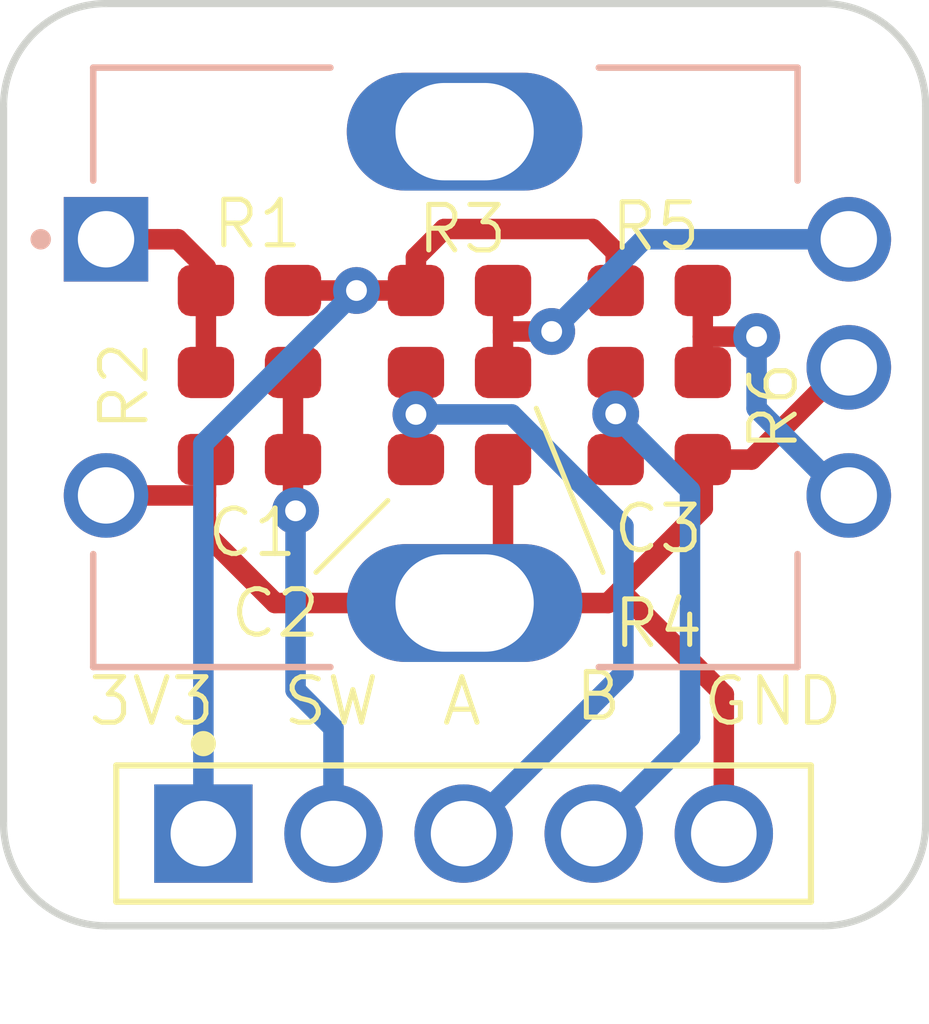
<source format=kicad_pcb>
(kicad_pcb (version 20241229) (generator "pcbnew") (generator_version "9.0")
  (layers (0 "F.Cu" signal) (2 "B.Cu" signal) (13 "F.Paste" user) (15 "B.Paste" user) (5 "F.SilkS" user "F.Silkscreen") (7 "B.SilkS" user "B.Silkscreen") (1 "F.Mask" user) (3 "B.Mask" user) (25 "Edge.Cuts" user))
  (net 0 "")
  (net 1 "3V3")
  (net 2 "A")
  (net 3 "B")
  (net 4 "GND")
  (net 5 "Net_1")
  (net 6 "Net_5")
  (net 7 "Net_7")
  (net 8 "SW")
  (footprint "RES_0603" (layer "F.Cu") (at 144.3011 101.6036)
    (property "Reference" "R1" (hide yes))
    (property "Value" "1K" (hide yes))
    (pad "1" smd roundrect (at -0.85 0 90) (size 1 1.1) (layers "F.Cu" "F.Mask" "F.Paste") (net 5 "Net_1"))
    (pad "2" smd roundrect (at 0.85 0 90) (size 1 1.1) (layers "F.Cu" "F.Mask" "F.Paste") (net 1 "3V3"))
  )
  (footprint "RES_0603_R2" (layer "F.Cu") (at 144.3011 103.2036 180)
    (property "Reference" "R2" (hide yes))
    (property "Value" "10K" (hide yes))
    (pad "1" smd roundrect (at -0.85 0 270) (size 1 1.1) (layers "F.Cu" "F.Mask" "F.Paste") (net 8 "SW"))
    (pad "2" smd roundrect (at 0.85 0 270) (size 1 1.1) (layers "F.Cu" "F.Mask" "F.Paste") (net 5 "Net_1"))
  )
  (footprint "RES_0603_R2" (layer "F.Cu") (at 152.3011 103.2036)
    (property "Reference" "R6" (hide yes))
    (property "Value" "10K" (hide yes))
    (pad "1" smd roundrect (at -0.85 0 90) (size 1 1.1) (layers "F.Cu" "F.Mask" "F.Paste") (net 3 "B"))
    (pad "2" smd roundrect (at 0.85 0 90) (size 1 1.1) (layers "F.Cu" "F.Mask" "F.Paste") (net 7 "Net_7"))
  )
  (footprint "CAP_0603_C2" (layer "F.Cu") (at 148.4011 104.9036)
    (property "Reference" "C2" (hide yes))
    (property "Value" "1uF" (hide yes))
    (pad "1" smd roundrect (at -0.85 0 90) (size 1 1.1) (layers "F.Cu" "F.Mask" "F.Paste") (net 2 "A"))
    (pad "2" smd roundrect (at 0.85 0 90) (size 1 1.1) (layers "F.Cu" "F.Mask" "F.Paste") (net 4 "GND"))
  )
  (footprint "CAP_0603_C3" (layer "F.Cu") (at 152.3011 104.9036)
    (property "Reference" "C3" (hide yes))
    (property "Value" "1uF" (hide yes))
    (pad "1" smd roundrect (at -0.85 0 90) (size 1 1.1) (layers "F.Cu" "F.Mask" "F.Paste") (net 3 "B"))
    (pad "2" smd roundrect (at 0.85 0 90) (size 1 1.1) (layers "F.Cu" "F.Mask" "F.Paste") (net 4 "GND"))
  )
  (footprint "RES_0603_R3" (layer "F.Cu") (at 152.3011 101.6036 180)
    (property "Reference" "R5" (hide yes))
    (property "Value" "1K" (hide yes))
    (pad "1" smd roundrect (at -0.85 0 270) (size 1 1.1) (layers "F.Cu" "F.Mask" "F.Paste") (net 7 "Net_7"))
    (pad "2" smd roundrect (at 0.85 0 270) (size 1 1.1) (layers "F.Cu" "F.Mask" "F.Paste") (net 1 "3V3"))
  )
  (footprint "RHDRV5W80P254_5X1_1320X250H875_AP1" (layer "F.Cu") (at 143.4011 112.2036)
    (property "Reference" "J1" (hide yes))
    (property "Value" "PPTC051LFBN-RC" (hide yes))
    (fp_line (start -1.7 -1.33) (end 11.86 -1.33) (stroke (width 0.12)) (layer "F.SilkS"))
    (fp_line (start -1.7 1.33) (end -1.7 -1.33) (stroke (width 0.12)) (layer "F.SilkS"))
    (fp_line (start 11.86 -1.33) (end 11.86 1.33) (stroke (width 0.12)) (layer "F.SilkS"))
    (fp_line (start 11.86 1.33) (end -1.7 1.33) (stroke (width 0.12)) (layer "F.SilkS"))
    (fp_circle (center 0 -1.756) (end 0.123 -1.756) (stroke (width 0.246)) (fill yes) (layer "F.SilkS"))
    (pad "1" thru_hole rect (at 0 0 180) (size 1.92 1.92) (drill 1.28) (layers "*.Cu" "*.Mask") (net 1 "3V3"))
    (pad "2" thru_hole circle (at 2.54 0 180) (size 1.92 1.92) (drill 1.28) (layers "*.Cu" "*.Mask") (net 8 "SW"))
    (pad "3" thru_hole circle (at 5.08 0 180) (size 1.92 1.92) (drill 1.28) (layers "*.Cu" "*.Mask") (net 2 "A"))
    (pad "4" thru_hole circle (at 7.62 0 180) (size 1.92 1.92) (drill 1.28) (layers "*.Cu" "*.Mask") (net 3 "B"))
    (pad "5" thru_hole circle (at 10.16 0 180) (size 1.92 1.92) (drill 1.28) (layers "*.Cu" "*.Mask") (net 4 "GND"))
  )
  (footprint "RES_0603_R4" (layer "F.Cu") (at 148.4011 103.2036)
    (property "Reference" "R4" (hide yes))
    (property "Value" "10K" (hide yes))
    (pad "1" smd roundrect (at -0.85 0 90) (size 1 1.1) (layers "F.Cu" "F.Mask" "F.Paste") (net 2 "A"))
    (pad "2" smd roundrect (at 0.85 0 90) (size 1 1.1) (layers "F.Cu" "F.Mask" "F.Paste") (net 6 "Net_5"))
  )
  (footprint "RES_0603_R3" (layer "F.Cu") (at 148.4011 101.6036 180)
    (property "Reference" "R3" (hide yes))
    (property "Value" "1K" (hide yes))
    (pad "1" smd roundrect (at -0.85 0 270) (size 1 1.1) (layers "F.Cu" "F.Mask" "F.Paste") (net 6 "Net_5"))
    (pad "2" smd roundrect (at 0.85 0 270) (size 1 1.1) (layers "F.Cu" "F.Mask" "F.Paste") (net 1 "3V3"))
  )
  (footprint "CAP_0603" (layer "F.Cu") (at 144.3011 104.9036 180)
    (property "Reference" "C1" (hide yes))
    (property "Value" "1uF" (hide yes))
    (pad "1" smd roundrect (at -0.85 0 270) (size 1 1.1) (layers "F.Cu" "F.Mask" "F.Paste") (net 8 "SW"))
    (pad "2" smd roundrect (at 0.85 0 270) (size 1 1.1) (layers "F.Cu" "F.Mask" "F.Paste") (net 4 "GND"))
  )
  (footprint "SW_482020514001" (layer "B.Cu") (at 148.5011 103.1036 -90)
    (property "Reference" "S1" (hide yes))
    (property "Value" "482020514001" (hide yes))
    (fp_line (start -5.85 7.25) (end -3.645 7.25) (stroke (width 0.127)) (layer "B.SilkS"))
    (fp_line (start -5.85 7.25) (end -5.85 2.62) (stroke (width 0.127)) (layer "B.SilkS"))
    (fp_line (start 3.645 7.25) (end 5.85 7.25) (stroke (width 0.127)) (layer "B.SilkS"))
    (fp_line (start 5.85 7.25) (end 5.85 2.62) (stroke (width 0.127)) (layer "B.SilkS"))
    (fp_line (start 5.85 -2.62) (end 5.85 -6.5) (stroke (width 0.127)) (layer "B.SilkS"))
    (fp_line (start -5.85 -6.5) (end -5.85 -2.62) (stroke (width 0.127)) (layer "B.SilkS"))
    (fp_line (start -3.645 -6.5) (end -5.85 -6.5) (stroke (width 0.127)) (layer "B.SilkS"))
    (fp_line (start 5.85 -6.5) (end 3.645 -6.5) (stroke (width 0.127)) (layer "B.SilkS"))
    (fp_circle (center -2.5 8.275) (end -2.4 8.275) (stroke (width 0.2)) (fill yes) (layer "B.SilkS"))
    (pad "1" thru_hole rect (at -2.5 7 270) (size 1.65 1.65) (drill 1.1) (layers "*.Cu" "*.Mask") (net 5 "Net_1"))
    (pad "2" thru_hole circle (at 2.5 7 270) (size 1.65 1.65) (drill 1.1) (layers "*.Cu" "*.Mask") (net 4 "GND"))
    (pad "A" thru_hole circle (at -2.5 -7.5 270) (size 1.65 1.65) (drill 1.1) (layers "*.Cu" "*.Mask") (net 6 "Net_5"))
    (pad "B" thru_hole circle (at 2.5 -7.5 270) (size 1.65 1.65) (drill 1.1) (layers "*.Cu" "*.Mask") (net 7 "Net_7"))
    (pad "C" thru_hole circle (at 0 -7.5 270) (size 1.65 1.65) (drill 1.1) (layers "*.Cu" "*.Mask") (net 4 "GND"))
    (pad "S1" thru_hole oval (at 4.6 0) (size 4.6 2.3) (drill oval 2.7 1.9) (layers "*.Cu" "*.Mask") (net 4 "GND"))
    (pad "S2" thru_hole oval (at -4.6 0) (size 4.6 2.3) (drill oval 2.7 1.9) (layers "*.Cu" "*.Mask") (net 4 "GND"))
  )
  (gr_line (start 151.2011 107.1036) (end 149.9011 103.9036) (stroke (width 0.1)) (layer "F.SilkS"))
  (gr_line (start 145.6011 107.1036) (end 147.0011 105.7036) (stroke (width 0.1)) (layer "F.SilkS"))
  (gr_arc (start 141.501099 114.0036) (mid 140.0869 113.4178) (end 139.5011 112.0036) (stroke (width 0.14)) (layer "Edge.Cuts"))
  (gr_arc (start 139.501099 98.0036) (mid 140.0869 96.5894) (end 141.5011 96.0036) (stroke (width 0.14)) (layer "Edge.Cuts"))
  (gr_line (start 139.5011 98.0036) (end 139.5011 112.0036) (stroke (width 0.14)) (layer "Edge.Cuts"))
  (gr_line (start 141.5011 114.0036) (end 155.5011 114.0036) (stroke (width 0.14)) (layer "Edge.Cuts"))
  (gr_line (start 155.5011 96.0036) (end 141.5011 96.0036) (stroke (width 0.14)) (layer "Edge.Cuts"))
  (gr_arc (start 157.501099 112.0036) (mid 156.915299 113.4178) (end 155.5011 114.0036) (stroke (width 0.14)) (layer "Edge.Cuts"))
  (gr_line (start 157.5011 112.0036) (end 157.5011 98.0036) (stroke (width 0.14)) (layer "Edge.Cuts"))
  (gr_arc (start 155.501099 96.0036) (mid 156.915299 96.5894) (end 157.5011 98.0036) (stroke (width 0.14)) (layer "Edge.Cuts"))
  (gr_text "C3" (at 151.35 106.775 0) (layer "F.SilkS") (effects (font (size 0.8883 0.8883) (thickness 0.0987)) (justify left bottom)))
  (gr_text "R6" (at 155.05 104.8 90) (layer "F.SilkS") (effects (font (size 0.8883 0.8883) (thickness 0.0987)) (justify left bottom)))
  (gr_text "B" (at 150.6011 109.0036 0) (layer "F.SilkS") (effects (font (size 0.8883 0.8883) (thickness 0.0987)) (justify left top)))
  (gr_text "R5" (at 151.3 100.875 0) (layer "F.SilkS") (effects (font (size 0.8883 0.8883) (thickness 0.0987)) (justify left bottom)))
  (gr_text "R3" (at 147.525 100.925 0) (layer "F.SilkS") (effects (font (size 0.8883 0.8883) (thickness 0.0987)) (justify left bottom)))
  (gr_text "GND" (at 153.1011 109.1036 0) (layer "F.SilkS") (effects (font (size 0.8883 0.8883) (thickness 0.0987)) (justify left top)))
  (gr_text "R4" (at 151.35 108.625 0) (layer "F.SilkS") (effects (font (size 0.8883 0.8883) (thickness 0.0987)) (justify left bottom)))
  (gr_text "C1" (at 143.425 106.85 0) (layer "F.SilkS") (effects (font (size 0.8883 0.8883) (thickness 0.0987)) (justify left bottom)))
  (gr_text "R2" (at 142.375 104.4 90) (layer "F.SilkS") (effects (font (size 0.8883 0.8883) (thickness 0.0987)) (justify left bottom)))
  (gr_text "C2" (at 143.875 108.425 0) (layer "F.SilkS") (effects (font (size 0.8883 0.8883) (thickness 0.0987)) (justify left bottom)))
  (gr_text "R1" (at 143.525 100.825 0) (layer "F.SilkS") (effects (font (size 0.8883 0.8883) (thickness 0.0987)) (justify left bottom)))
  (gr_text "A" (at 148.0011 109.1036 0) (layer "F.SilkS") (effects (font (size 0.8883 0.8883) (thickness 0.0987)) (justify left top)))
  (gr_text "3V3" (at 141.1011 109.1036 0) (layer "F.SilkS") (effects (font (size 0.8883 0.8883) (thickness 0.0987)) (justify left top)))
  (gr_text "SW" (at 144.9011 109.1036 0) (layer "F.SilkS") (effects (font (size 0.8883 0.8883) (thickness 0.0987)) (justify left top)))
  (segment (start 151.0011 100.4036) (end 151.4511 100.8536) (width 0.4) (layer "F.Cu") (net 1))
  (segment (start 146.390167 101.6036) (end 147.5511 101.6036) (width 0.4) (layer "F.Cu") (net 1))
  (segment (start 147.5511 100.9536) (end 148.1011 100.4036) (width 0.4) (layer "F.Cu") (net 1))
  (segment (start 147.5511 101.6036) (end 147.5511 100.9536) (width 0.4) (layer "F.Cu") (net 1))
  (segment (start 151.4511 100.8536) (end 151.4511 101.6036) (width 0.4) (layer "F.Cu") (net 1))
  (segment (start 145.1511 101.6036) (end 146.390167 101.6036) (width 0.4) (layer "F.Cu") (net 1))
  (segment (start 148.1011 100.4036) (end 151.0011 100.4036) (width 0.4) (layer "F.Cu") (net 1))
  (via (at 146.390167 101.6036) (size 0.914) (drill 0.406) (layers "F.Cu" "B.Cu") (net 1))
  (segment (start 143.4011 112.2036) (end 143.4011 104.592667) (width 0.4) (layer "B.Cu") (net 1))
  (segment (start 143.4011 104.592667) (end 146.390167 101.6036) (width 0.4) (layer "B.Cu") (net 1))
  (segment (start 147.5511 104.9036) (end 147.5511 104.022033) (width 0.4) (layer "F.Cu") (net 2))
  (segment (start 147.5511 104.022033) (end 147.5511 103.2036) (width 0.4) (layer "F.Cu") (net 2))
  (via (at 147.5511 104.022033) (size 0.914) (drill 0.406) (layers "F.Cu" "B.Cu") (net 2))
  (segment (start 147.5511 104.022033) (end 149.419533 104.022033) (width 0.4) (layer "B.Cu") (net 2))
  (segment (start 151.6011 109.0836) (end 148.4811 112.2036) (width 0.4) (layer "B.Cu") (net 2))
  (segment (start 149.419533 104.022033) (end 151.6011 106.2036) (width 0.4) (layer "B.Cu") (net 2))
  (segment (start 151.6011 106.2036) (end 151.6011 109.0836) (width 0.4) (layer "B.Cu") (net 2))
  (segment (start 151.4511 104.012133) (end 151.4511 103.2036) (width 0.4) (layer "F.Cu") (net 3))
  (segment (start 151.4511 104.9036) (end 151.4511 104.012133) (width 0.4) (layer "F.Cu") (net 3))
  (via (at 151.4511 104.012133) (size 0.914) (drill 0.406) (layers "F.Cu" "B.Cu") (net 3))
  (segment (start 152.9011 110.3236) (end 151.0211 112.2036) (width 0.4) (layer "B.Cu") (net 3))
  (segment (start 152.9011 105.5036) (end 152.9011 110.3236) (width 0.4) (layer "B.Cu") (net 3))
  (segment (start 151.4511 104.012133) (end 151.4511 104.0536) (width 0.4) (layer "B.Cu") (net 3))
  (segment (start 151.4511 104.0536) (end 152.9011 105.5036) (width 0.4) (layer "B.Cu") (net 3))
  (segment (start 143.4511 104.9036) (end 143.4511 106.3536) (width 0.4) (layer "F.Cu") (net 4))
  (segment (start 151.3011 107.7036) (end 148.5011 107.7036) (width 0.4) (layer "F.Cu") (net 4))
  (segment (start 153.1511 104.9036) (end 154.1011 104.9036) (width 0.4) (layer "F.Cu") (net 4))
  (segment (start 151.5407 107.464) (end 151.3011 107.7036) (width 0.4) (layer "F.Cu") (net 4))
  (segment (start 144.8011 107.7036) (end 148.5011 107.7036) (width 0.4) (layer "F.Cu") (net 4))
  (segment (start 153.1511 104.9036) (end 153.1511 105.8536) (width 0.4) (layer "F.Cu") (net 4))
  (segment (start 149.2511 106.9536) (end 148.5011 107.7036) (width 0.4) (layer "F.Cu") (net 4))
  (segment (start 155.9011 103.1036) (end 156.0011 103.1036) (width 0.4) (layer "F.Cu") (net 4))
  (segment (start 143.4511 104.9036) (end 143.4511 105.6036) (width 0.4) (layer "F.Cu") (net 4))
  (segment (start 153.5611 112.2036) (end 153.5611 109.4844) (width 0.4) (layer "F.Cu") (net 4))
  (segment (start 153.5611 109.4844) (end 151.5407 107.464) (width 0.4) (layer "F.Cu") (net 4))
  (segment (start 153.1511 105.8536) (end 151.5407 107.464) (width 0.4) (layer "F.Cu") (net 4))
  (segment (start 154.1011 104.9036) (end 155.9011 103.1036) (width 0.4) (layer "F.Cu") (net 4))
  (segment (start 143.4511 106.3536) (end 144.8011 107.7036) (width 0.4) (layer "F.Cu") (net 4))
  (segment (start 143.4511 105.6036) (end 141.5011 105.6036) (width 0.4) (layer "F.Cu") (net 4))
  (segment (start 149.2511 104.9036) (end 149.2511 106.9536) (width 0.4) (layer "F.Cu") (net 4))
  (segment (start 143.4511 103.2036) (end 143.4511 101.6036) (width 0.4) (layer "F.Cu") (net 5))
  (segment (start 142.9011 100.6036) (end 141.5011 100.6036) (width 0.4) (layer "F.Cu") (net 5))
  (segment (start 143.4511 101.6036) (end 143.4511 101.1536) (width 0.4) (layer "F.Cu") (net 5))
  (segment (start 143.4511 101.1536) (end 142.9011 100.6036) (width 0.4) (layer "F.Cu") (net 5))
  (segment (start 149.2511 102.4036) (end 149.2511 101.6036) (width 0.4) (layer "F.Cu") (net 6))
  (segment (start 149.2511 103.2036) (end 149.2511 102.4036) (width 0.4) (layer "F.Cu") (net 6))
  (segment (start 150.2011 102.4036) (end 149.2511 102.4036) (width 0.4) (layer "F.Cu") (net 6))
  (via (at 150.2011 102.4036) (size 0.914) (drill 0.406) (layers "F.Cu" "B.Cu") (net 6))
  (segment (start 152.0011 100.6036) (end 150.2011 102.4036) (width 0.4) (layer "B.Cu") (net 6))
  (segment (start 156.0011 100.6036) (end 152.0011 100.6036) (width 0.4) (layer "B.Cu") (net 6))
  (segment (start 153.1511 101.6036) (end 153.1511 102.5036) (width 0.4) (layer "F.Cu") (net 7))
  (segment (start 153.1511 102.5036) (end 153.1511 103.2036) (width 0.4) (layer "F.Cu") (net 7))
  (segment (start 154.2011 102.5036) (end 153.1511 102.5036) (width 0.4) (layer "F.Cu") (net 7))
  (via (at 154.2011 102.5036) (size 0.914) (drill 0.406) (layers "F.Cu" "B.Cu") (net 7))
  (segment (start 155.9011 105.6036) (end 154.2011 103.9036) (width 0.4) (layer "B.Cu") (net 7))
  (segment (start 156.0011 105.6036) (end 155.9011 105.6036) (width 0.4) (layer "B.Cu") (net 7))
  (segment (start 154.2011 103.9036) (end 154.2011 102.5036) (width 0.4) (layer "B.Cu") (net 7))
  (segment (start 145.1511 105.8536) (end 145.2011 105.9036) (width 0.4) (layer "F.Cu") (net 8))
  (segment (start 145.1511 104.9036) (end 145.1511 103.2036) (width 0.4) (layer "F.Cu") (net 8))
  (segment (start 145.1511 104.9036) (end 145.1511 105.8536) (width 0.4) (layer "F.Cu") (net 8))
  (via (at 145.2011 105.9036) (size 0.914) (drill 0.406) (layers "F.Cu" "B.Cu") (net 8))
  (segment (start 145.2011 109.4036) (end 145.9411 110.1436) (width 0.4) (layer "B.Cu") (net 8))
  (segment (start 145.2011 105.9036) (end 145.2011 109.4036) (width 0.4) (layer "B.Cu") (net 8))
  (segment (start 145.9411 110.1436) (end 145.9411 112.2036) (width 0.4) (layer "B.Cu") (net 8))
)
</source>
